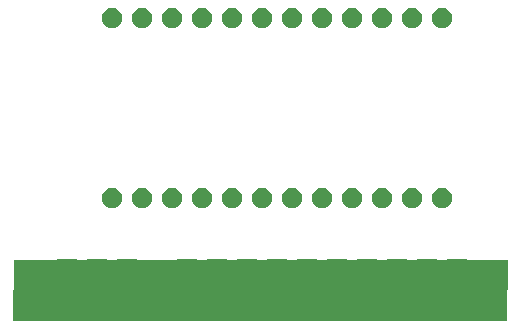
<source format=gbr>
G04 #@! TF.GenerationSoftware,KiCad,Pcbnew,(5.1.2-1)-1*
G04 #@! TF.CreationDate,2021-01-18T23:47:08-08:00*
G04 #@! TF.ProjectId,cart,63617274-2e6b-4696-9361-645f70636258,rev?*
G04 #@! TF.SameCoordinates,Original*
G04 #@! TF.FileFunction,Soldermask,Bot*
G04 #@! TF.FilePolarity,Negative*
%FSLAX46Y46*%
G04 Gerber Fmt 4.6, Leading zero omitted, Abs format (unit mm)*
G04 Created by KiCad (PCBNEW (5.1.2-1)-1) date 2021-01-18 23:47:08*
%MOMM*%
%LPD*%
G04 APERTURE LIST*
%ADD10C,0.100000*%
G04 APERTURE END LIST*
D10*
G36*
X160401000Y-129667000D02*
G01*
X118618000Y-129667000D01*
X118681500Y-124650500D01*
X160464500Y-124650500D01*
X160401000Y-129667000D01*
G37*
X160401000Y-129667000D02*
X118618000Y-129667000D01*
X118681500Y-124650500D01*
X160464500Y-124650500D01*
X160401000Y-129667000D01*
G36*
X157060800Y-128669800D02*
G01*
X155359200Y-128669800D01*
X155359200Y-124568200D01*
X157060800Y-124568200D01*
X157060800Y-128669800D01*
X157060800Y-128669800D01*
G37*
G36*
X154520800Y-128669800D02*
G01*
X152819200Y-128669800D01*
X152819200Y-124568200D01*
X154520800Y-124568200D01*
X154520800Y-128669800D01*
X154520800Y-128669800D01*
G37*
G36*
X151980800Y-128669800D02*
G01*
X150279200Y-128669800D01*
X150279200Y-124568200D01*
X151980800Y-124568200D01*
X151980800Y-128669800D01*
X151980800Y-128669800D01*
G37*
G36*
X149440800Y-128669800D02*
G01*
X147739200Y-128669800D01*
X147739200Y-124568200D01*
X149440800Y-124568200D01*
X149440800Y-128669800D01*
X149440800Y-128669800D01*
G37*
G36*
X146900800Y-128669800D02*
G01*
X145199200Y-128669800D01*
X145199200Y-124568200D01*
X146900800Y-124568200D01*
X146900800Y-128669800D01*
X146900800Y-128669800D01*
G37*
G36*
X144360800Y-128669800D02*
G01*
X142659200Y-128669800D01*
X142659200Y-124568200D01*
X144360800Y-124568200D01*
X144360800Y-128669800D01*
X144360800Y-128669800D01*
G37*
G36*
X141820800Y-128669800D02*
G01*
X140119200Y-128669800D01*
X140119200Y-124568200D01*
X141820800Y-124568200D01*
X141820800Y-128669800D01*
X141820800Y-128669800D01*
G37*
G36*
X139280800Y-128669800D02*
G01*
X137579200Y-128669800D01*
X137579200Y-124568200D01*
X139280800Y-124568200D01*
X139280800Y-128669800D01*
X139280800Y-128669800D01*
G37*
G36*
X136740800Y-128669800D02*
G01*
X135039200Y-128669800D01*
X135039200Y-124568200D01*
X136740800Y-124568200D01*
X136740800Y-128669800D01*
X136740800Y-128669800D01*
G37*
G36*
X134200800Y-128669800D02*
G01*
X132499200Y-128669800D01*
X132499200Y-124568200D01*
X134200800Y-124568200D01*
X134200800Y-128669800D01*
X134200800Y-128669800D01*
G37*
G36*
X129120800Y-128669800D02*
G01*
X127419200Y-128669800D01*
X127419200Y-124568200D01*
X129120800Y-124568200D01*
X129120800Y-128669800D01*
X129120800Y-128669800D01*
G37*
G36*
X126580800Y-128669800D02*
G01*
X124879200Y-128669800D01*
X124879200Y-124568200D01*
X126580800Y-124568200D01*
X126580800Y-128669800D01*
X126580800Y-128669800D01*
G37*
G36*
X124040800Y-128669800D02*
G01*
X122339200Y-128669800D01*
X122339200Y-124568200D01*
X124040800Y-124568200D01*
X124040800Y-128669800D01*
X124040800Y-128669800D01*
G37*
G36*
X127248169Y-118561895D02*
G01*
X127403005Y-118626031D01*
X127542354Y-118719140D01*
X127660860Y-118837646D01*
X127753969Y-118976995D01*
X127818105Y-119131831D01*
X127850800Y-119296203D01*
X127850800Y-119463797D01*
X127818105Y-119628169D01*
X127753969Y-119783005D01*
X127660860Y-119922354D01*
X127542354Y-120040860D01*
X127403005Y-120133969D01*
X127248169Y-120198105D01*
X127083797Y-120230800D01*
X126916203Y-120230800D01*
X126751831Y-120198105D01*
X126596995Y-120133969D01*
X126457646Y-120040860D01*
X126339140Y-119922354D01*
X126246031Y-119783005D01*
X126181895Y-119628169D01*
X126149200Y-119463797D01*
X126149200Y-119296203D01*
X126181895Y-119131831D01*
X126246031Y-118976995D01*
X126339140Y-118837646D01*
X126457646Y-118719140D01*
X126596995Y-118626031D01*
X126751831Y-118561895D01*
X126916203Y-118529200D01*
X127083797Y-118529200D01*
X127248169Y-118561895D01*
X127248169Y-118561895D01*
G37*
G36*
X129788169Y-118561895D02*
G01*
X129943005Y-118626031D01*
X130082354Y-118719140D01*
X130200860Y-118837646D01*
X130293969Y-118976995D01*
X130358105Y-119131831D01*
X130390800Y-119296203D01*
X130390800Y-119463797D01*
X130358105Y-119628169D01*
X130293969Y-119783005D01*
X130200860Y-119922354D01*
X130082354Y-120040860D01*
X129943005Y-120133969D01*
X129788169Y-120198105D01*
X129623797Y-120230800D01*
X129456203Y-120230800D01*
X129291831Y-120198105D01*
X129136995Y-120133969D01*
X128997646Y-120040860D01*
X128879140Y-119922354D01*
X128786031Y-119783005D01*
X128721895Y-119628169D01*
X128689200Y-119463797D01*
X128689200Y-119296203D01*
X128721895Y-119131831D01*
X128786031Y-118976995D01*
X128879140Y-118837646D01*
X128997646Y-118719140D01*
X129136995Y-118626031D01*
X129291831Y-118561895D01*
X129456203Y-118529200D01*
X129623797Y-118529200D01*
X129788169Y-118561895D01*
X129788169Y-118561895D01*
G37*
G36*
X132328169Y-118561895D02*
G01*
X132483005Y-118626031D01*
X132622354Y-118719140D01*
X132740860Y-118837646D01*
X132833969Y-118976995D01*
X132898105Y-119131831D01*
X132930800Y-119296203D01*
X132930800Y-119463797D01*
X132898105Y-119628169D01*
X132833969Y-119783005D01*
X132740860Y-119922354D01*
X132622354Y-120040860D01*
X132483005Y-120133969D01*
X132328169Y-120198105D01*
X132163797Y-120230800D01*
X131996203Y-120230800D01*
X131831831Y-120198105D01*
X131676995Y-120133969D01*
X131537646Y-120040860D01*
X131419140Y-119922354D01*
X131326031Y-119783005D01*
X131261895Y-119628169D01*
X131229200Y-119463797D01*
X131229200Y-119296203D01*
X131261895Y-119131831D01*
X131326031Y-118976995D01*
X131419140Y-118837646D01*
X131537646Y-118719140D01*
X131676995Y-118626031D01*
X131831831Y-118561895D01*
X131996203Y-118529200D01*
X132163797Y-118529200D01*
X132328169Y-118561895D01*
X132328169Y-118561895D01*
G37*
G36*
X134868169Y-118561895D02*
G01*
X135023005Y-118626031D01*
X135162354Y-118719140D01*
X135280860Y-118837646D01*
X135373969Y-118976995D01*
X135438105Y-119131831D01*
X135470800Y-119296203D01*
X135470800Y-119463797D01*
X135438105Y-119628169D01*
X135373969Y-119783005D01*
X135280860Y-119922354D01*
X135162354Y-120040860D01*
X135023005Y-120133969D01*
X134868169Y-120198105D01*
X134703797Y-120230800D01*
X134536203Y-120230800D01*
X134371831Y-120198105D01*
X134216995Y-120133969D01*
X134077646Y-120040860D01*
X133959140Y-119922354D01*
X133866031Y-119783005D01*
X133801895Y-119628169D01*
X133769200Y-119463797D01*
X133769200Y-119296203D01*
X133801895Y-119131831D01*
X133866031Y-118976995D01*
X133959140Y-118837646D01*
X134077646Y-118719140D01*
X134216995Y-118626031D01*
X134371831Y-118561895D01*
X134536203Y-118529200D01*
X134703797Y-118529200D01*
X134868169Y-118561895D01*
X134868169Y-118561895D01*
G37*
G36*
X137408169Y-118561895D02*
G01*
X137563005Y-118626031D01*
X137702354Y-118719140D01*
X137820860Y-118837646D01*
X137913969Y-118976995D01*
X137978105Y-119131831D01*
X138010800Y-119296203D01*
X138010800Y-119463797D01*
X137978105Y-119628169D01*
X137913969Y-119783005D01*
X137820860Y-119922354D01*
X137702354Y-120040860D01*
X137563005Y-120133969D01*
X137408169Y-120198105D01*
X137243797Y-120230800D01*
X137076203Y-120230800D01*
X136911831Y-120198105D01*
X136756995Y-120133969D01*
X136617646Y-120040860D01*
X136499140Y-119922354D01*
X136406031Y-119783005D01*
X136341895Y-119628169D01*
X136309200Y-119463797D01*
X136309200Y-119296203D01*
X136341895Y-119131831D01*
X136406031Y-118976995D01*
X136499140Y-118837646D01*
X136617646Y-118719140D01*
X136756995Y-118626031D01*
X136911831Y-118561895D01*
X137076203Y-118529200D01*
X137243797Y-118529200D01*
X137408169Y-118561895D01*
X137408169Y-118561895D01*
G37*
G36*
X139948169Y-118561895D02*
G01*
X140103005Y-118626031D01*
X140242354Y-118719140D01*
X140360860Y-118837646D01*
X140453969Y-118976995D01*
X140518105Y-119131831D01*
X140550800Y-119296203D01*
X140550800Y-119463797D01*
X140518105Y-119628169D01*
X140453969Y-119783005D01*
X140360860Y-119922354D01*
X140242354Y-120040860D01*
X140103005Y-120133969D01*
X139948169Y-120198105D01*
X139783797Y-120230800D01*
X139616203Y-120230800D01*
X139451831Y-120198105D01*
X139296995Y-120133969D01*
X139157646Y-120040860D01*
X139039140Y-119922354D01*
X138946031Y-119783005D01*
X138881895Y-119628169D01*
X138849200Y-119463797D01*
X138849200Y-119296203D01*
X138881895Y-119131831D01*
X138946031Y-118976995D01*
X139039140Y-118837646D01*
X139157646Y-118719140D01*
X139296995Y-118626031D01*
X139451831Y-118561895D01*
X139616203Y-118529200D01*
X139783797Y-118529200D01*
X139948169Y-118561895D01*
X139948169Y-118561895D01*
G37*
G36*
X142488169Y-118561895D02*
G01*
X142643005Y-118626031D01*
X142782354Y-118719140D01*
X142900860Y-118837646D01*
X142993969Y-118976995D01*
X143058105Y-119131831D01*
X143090800Y-119296203D01*
X143090800Y-119463797D01*
X143058105Y-119628169D01*
X142993969Y-119783005D01*
X142900860Y-119922354D01*
X142782354Y-120040860D01*
X142643005Y-120133969D01*
X142488169Y-120198105D01*
X142323797Y-120230800D01*
X142156203Y-120230800D01*
X141991831Y-120198105D01*
X141836995Y-120133969D01*
X141697646Y-120040860D01*
X141579140Y-119922354D01*
X141486031Y-119783005D01*
X141421895Y-119628169D01*
X141389200Y-119463797D01*
X141389200Y-119296203D01*
X141421895Y-119131831D01*
X141486031Y-118976995D01*
X141579140Y-118837646D01*
X141697646Y-118719140D01*
X141836995Y-118626031D01*
X141991831Y-118561895D01*
X142156203Y-118529200D01*
X142323797Y-118529200D01*
X142488169Y-118561895D01*
X142488169Y-118561895D01*
G37*
G36*
X145028169Y-118561895D02*
G01*
X145183005Y-118626031D01*
X145322354Y-118719140D01*
X145440860Y-118837646D01*
X145533969Y-118976995D01*
X145598105Y-119131831D01*
X145630800Y-119296203D01*
X145630800Y-119463797D01*
X145598105Y-119628169D01*
X145533969Y-119783005D01*
X145440860Y-119922354D01*
X145322354Y-120040860D01*
X145183005Y-120133969D01*
X145028169Y-120198105D01*
X144863797Y-120230800D01*
X144696203Y-120230800D01*
X144531831Y-120198105D01*
X144376995Y-120133969D01*
X144237646Y-120040860D01*
X144119140Y-119922354D01*
X144026031Y-119783005D01*
X143961895Y-119628169D01*
X143929200Y-119463797D01*
X143929200Y-119296203D01*
X143961895Y-119131831D01*
X144026031Y-118976995D01*
X144119140Y-118837646D01*
X144237646Y-118719140D01*
X144376995Y-118626031D01*
X144531831Y-118561895D01*
X144696203Y-118529200D01*
X144863797Y-118529200D01*
X145028169Y-118561895D01*
X145028169Y-118561895D01*
G37*
G36*
X147568169Y-118561895D02*
G01*
X147723005Y-118626031D01*
X147862354Y-118719140D01*
X147980860Y-118837646D01*
X148073969Y-118976995D01*
X148138105Y-119131831D01*
X148170800Y-119296203D01*
X148170800Y-119463797D01*
X148138105Y-119628169D01*
X148073969Y-119783005D01*
X147980860Y-119922354D01*
X147862354Y-120040860D01*
X147723005Y-120133969D01*
X147568169Y-120198105D01*
X147403797Y-120230800D01*
X147236203Y-120230800D01*
X147071831Y-120198105D01*
X146916995Y-120133969D01*
X146777646Y-120040860D01*
X146659140Y-119922354D01*
X146566031Y-119783005D01*
X146501895Y-119628169D01*
X146469200Y-119463797D01*
X146469200Y-119296203D01*
X146501895Y-119131831D01*
X146566031Y-118976995D01*
X146659140Y-118837646D01*
X146777646Y-118719140D01*
X146916995Y-118626031D01*
X147071831Y-118561895D01*
X147236203Y-118529200D01*
X147403797Y-118529200D01*
X147568169Y-118561895D01*
X147568169Y-118561895D01*
G37*
G36*
X150108169Y-118561895D02*
G01*
X150263005Y-118626031D01*
X150402354Y-118719140D01*
X150520860Y-118837646D01*
X150613969Y-118976995D01*
X150678105Y-119131831D01*
X150710800Y-119296203D01*
X150710800Y-119463797D01*
X150678105Y-119628169D01*
X150613969Y-119783005D01*
X150520860Y-119922354D01*
X150402354Y-120040860D01*
X150263005Y-120133969D01*
X150108169Y-120198105D01*
X149943797Y-120230800D01*
X149776203Y-120230800D01*
X149611831Y-120198105D01*
X149456995Y-120133969D01*
X149317646Y-120040860D01*
X149199140Y-119922354D01*
X149106031Y-119783005D01*
X149041895Y-119628169D01*
X149009200Y-119463797D01*
X149009200Y-119296203D01*
X149041895Y-119131831D01*
X149106031Y-118976995D01*
X149199140Y-118837646D01*
X149317646Y-118719140D01*
X149456995Y-118626031D01*
X149611831Y-118561895D01*
X149776203Y-118529200D01*
X149943797Y-118529200D01*
X150108169Y-118561895D01*
X150108169Y-118561895D01*
G37*
G36*
X152648169Y-118561895D02*
G01*
X152803005Y-118626031D01*
X152942354Y-118719140D01*
X153060860Y-118837646D01*
X153153969Y-118976995D01*
X153218105Y-119131831D01*
X153250800Y-119296203D01*
X153250800Y-119463797D01*
X153218105Y-119628169D01*
X153153969Y-119783005D01*
X153060860Y-119922354D01*
X152942354Y-120040860D01*
X152803005Y-120133969D01*
X152648169Y-120198105D01*
X152483797Y-120230800D01*
X152316203Y-120230800D01*
X152151831Y-120198105D01*
X151996995Y-120133969D01*
X151857646Y-120040860D01*
X151739140Y-119922354D01*
X151646031Y-119783005D01*
X151581895Y-119628169D01*
X151549200Y-119463797D01*
X151549200Y-119296203D01*
X151581895Y-119131831D01*
X151646031Y-118976995D01*
X151739140Y-118837646D01*
X151857646Y-118719140D01*
X151996995Y-118626031D01*
X152151831Y-118561895D01*
X152316203Y-118529200D01*
X152483797Y-118529200D01*
X152648169Y-118561895D01*
X152648169Y-118561895D01*
G37*
G36*
X155188169Y-118561895D02*
G01*
X155343005Y-118626031D01*
X155482354Y-118719140D01*
X155600860Y-118837646D01*
X155693969Y-118976995D01*
X155758105Y-119131831D01*
X155790800Y-119296203D01*
X155790800Y-119463797D01*
X155758105Y-119628169D01*
X155693969Y-119783005D01*
X155600860Y-119922354D01*
X155482354Y-120040860D01*
X155343005Y-120133969D01*
X155188169Y-120198105D01*
X155023797Y-120230800D01*
X154856203Y-120230800D01*
X154691831Y-120198105D01*
X154536995Y-120133969D01*
X154397646Y-120040860D01*
X154279140Y-119922354D01*
X154186031Y-119783005D01*
X154121895Y-119628169D01*
X154089200Y-119463797D01*
X154089200Y-119296203D01*
X154121895Y-119131831D01*
X154186031Y-118976995D01*
X154279140Y-118837646D01*
X154397646Y-118719140D01*
X154536995Y-118626031D01*
X154691831Y-118561895D01*
X154856203Y-118529200D01*
X155023797Y-118529200D01*
X155188169Y-118561895D01*
X155188169Y-118561895D01*
G37*
G36*
X152648169Y-103321895D02*
G01*
X152803005Y-103386031D01*
X152942354Y-103479140D01*
X153060860Y-103597646D01*
X153153969Y-103736995D01*
X153218105Y-103891831D01*
X153250800Y-104056203D01*
X153250800Y-104223797D01*
X153218105Y-104388169D01*
X153153969Y-104543005D01*
X153060860Y-104682354D01*
X152942354Y-104800860D01*
X152803005Y-104893969D01*
X152648169Y-104958105D01*
X152483797Y-104990800D01*
X152316203Y-104990800D01*
X152151831Y-104958105D01*
X151996995Y-104893969D01*
X151857646Y-104800860D01*
X151739140Y-104682354D01*
X151646031Y-104543005D01*
X151581895Y-104388169D01*
X151549200Y-104223797D01*
X151549200Y-104056203D01*
X151581895Y-103891831D01*
X151646031Y-103736995D01*
X151739140Y-103597646D01*
X151857646Y-103479140D01*
X151996995Y-103386031D01*
X152151831Y-103321895D01*
X152316203Y-103289200D01*
X152483797Y-103289200D01*
X152648169Y-103321895D01*
X152648169Y-103321895D01*
G37*
G36*
X129788169Y-103321895D02*
G01*
X129943005Y-103386031D01*
X130082354Y-103479140D01*
X130200860Y-103597646D01*
X130293969Y-103736995D01*
X130358105Y-103891831D01*
X130390800Y-104056203D01*
X130390800Y-104223797D01*
X130358105Y-104388169D01*
X130293969Y-104543005D01*
X130200860Y-104682354D01*
X130082354Y-104800860D01*
X129943005Y-104893969D01*
X129788169Y-104958105D01*
X129623797Y-104990800D01*
X129456203Y-104990800D01*
X129291831Y-104958105D01*
X129136995Y-104893969D01*
X128997646Y-104800860D01*
X128879140Y-104682354D01*
X128786031Y-104543005D01*
X128721895Y-104388169D01*
X128689200Y-104223797D01*
X128689200Y-104056203D01*
X128721895Y-103891831D01*
X128786031Y-103736995D01*
X128879140Y-103597646D01*
X128997646Y-103479140D01*
X129136995Y-103386031D01*
X129291831Y-103321895D01*
X129456203Y-103289200D01*
X129623797Y-103289200D01*
X129788169Y-103321895D01*
X129788169Y-103321895D01*
G37*
G36*
X132328169Y-103321895D02*
G01*
X132483005Y-103386031D01*
X132622354Y-103479140D01*
X132740860Y-103597646D01*
X132833969Y-103736995D01*
X132898105Y-103891831D01*
X132930800Y-104056203D01*
X132930800Y-104223797D01*
X132898105Y-104388169D01*
X132833969Y-104543005D01*
X132740860Y-104682354D01*
X132622354Y-104800860D01*
X132483005Y-104893969D01*
X132328169Y-104958105D01*
X132163797Y-104990800D01*
X131996203Y-104990800D01*
X131831831Y-104958105D01*
X131676995Y-104893969D01*
X131537646Y-104800860D01*
X131419140Y-104682354D01*
X131326031Y-104543005D01*
X131261895Y-104388169D01*
X131229200Y-104223797D01*
X131229200Y-104056203D01*
X131261895Y-103891831D01*
X131326031Y-103736995D01*
X131419140Y-103597646D01*
X131537646Y-103479140D01*
X131676995Y-103386031D01*
X131831831Y-103321895D01*
X131996203Y-103289200D01*
X132163797Y-103289200D01*
X132328169Y-103321895D01*
X132328169Y-103321895D01*
G37*
G36*
X134868169Y-103321895D02*
G01*
X135023005Y-103386031D01*
X135162354Y-103479140D01*
X135280860Y-103597646D01*
X135373969Y-103736995D01*
X135438105Y-103891831D01*
X135470800Y-104056203D01*
X135470800Y-104223797D01*
X135438105Y-104388169D01*
X135373969Y-104543005D01*
X135280860Y-104682354D01*
X135162354Y-104800860D01*
X135023005Y-104893969D01*
X134868169Y-104958105D01*
X134703797Y-104990800D01*
X134536203Y-104990800D01*
X134371831Y-104958105D01*
X134216995Y-104893969D01*
X134077646Y-104800860D01*
X133959140Y-104682354D01*
X133866031Y-104543005D01*
X133801895Y-104388169D01*
X133769200Y-104223797D01*
X133769200Y-104056203D01*
X133801895Y-103891831D01*
X133866031Y-103736995D01*
X133959140Y-103597646D01*
X134077646Y-103479140D01*
X134216995Y-103386031D01*
X134371831Y-103321895D01*
X134536203Y-103289200D01*
X134703797Y-103289200D01*
X134868169Y-103321895D01*
X134868169Y-103321895D01*
G37*
G36*
X137408169Y-103321895D02*
G01*
X137563005Y-103386031D01*
X137702354Y-103479140D01*
X137820860Y-103597646D01*
X137913969Y-103736995D01*
X137978105Y-103891831D01*
X138010800Y-104056203D01*
X138010800Y-104223797D01*
X137978105Y-104388169D01*
X137913969Y-104543005D01*
X137820860Y-104682354D01*
X137702354Y-104800860D01*
X137563005Y-104893969D01*
X137408169Y-104958105D01*
X137243797Y-104990800D01*
X137076203Y-104990800D01*
X136911831Y-104958105D01*
X136756995Y-104893969D01*
X136617646Y-104800860D01*
X136499140Y-104682354D01*
X136406031Y-104543005D01*
X136341895Y-104388169D01*
X136309200Y-104223797D01*
X136309200Y-104056203D01*
X136341895Y-103891831D01*
X136406031Y-103736995D01*
X136499140Y-103597646D01*
X136617646Y-103479140D01*
X136756995Y-103386031D01*
X136911831Y-103321895D01*
X137076203Y-103289200D01*
X137243797Y-103289200D01*
X137408169Y-103321895D01*
X137408169Y-103321895D01*
G37*
G36*
X139948169Y-103321895D02*
G01*
X140103005Y-103386031D01*
X140242354Y-103479140D01*
X140360860Y-103597646D01*
X140453969Y-103736995D01*
X140518105Y-103891831D01*
X140550800Y-104056203D01*
X140550800Y-104223797D01*
X140518105Y-104388169D01*
X140453969Y-104543005D01*
X140360860Y-104682354D01*
X140242354Y-104800860D01*
X140103005Y-104893969D01*
X139948169Y-104958105D01*
X139783797Y-104990800D01*
X139616203Y-104990800D01*
X139451831Y-104958105D01*
X139296995Y-104893969D01*
X139157646Y-104800860D01*
X139039140Y-104682354D01*
X138946031Y-104543005D01*
X138881895Y-104388169D01*
X138849200Y-104223797D01*
X138849200Y-104056203D01*
X138881895Y-103891831D01*
X138946031Y-103736995D01*
X139039140Y-103597646D01*
X139157646Y-103479140D01*
X139296995Y-103386031D01*
X139451831Y-103321895D01*
X139616203Y-103289200D01*
X139783797Y-103289200D01*
X139948169Y-103321895D01*
X139948169Y-103321895D01*
G37*
G36*
X142488169Y-103321895D02*
G01*
X142643005Y-103386031D01*
X142782354Y-103479140D01*
X142900860Y-103597646D01*
X142993969Y-103736995D01*
X143058105Y-103891831D01*
X143090800Y-104056203D01*
X143090800Y-104223797D01*
X143058105Y-104388169D01*
X142993969Y-104543005D01*
X142900860Y-104682354D01*
X142782354Y-104800860D01*
X142643005Y-104893969D01*
X142488169Y-104958105D01*
X142323797Y-104990800D01*
X142156203Y-104990800D01*
X141991831Y-104958105D01*
X141836995Y-104893969D01*
X141697646Y-104800860D01*
X141579140Y-104682354D01*
X141486031Y-104543005D01*
X141421895Y-104388169D01*
X141389200Y-104223797D01*
X141389200Y-104056203D01*
X141421895Y-103891831D01*
X141486031Y-103736995D01*
X141579140Y-103597646D01*
X141697646Y-103479140D01*
X141836995Y-103386031D01*
X141991831Y-103321895D01*
X142156203Y-103289200D01*
X142323797Y-103289200D01*
X142488169Y-103321895D01*
X142488169Y-103321895D01*
G37*
G36*
X145028169Y-103321895D02*
G01*
X145183005Y-103386031D01*
X145322354Y-103479140D01*
X145440860Y-103597646D01*
X145533969Y-103736995D01*
X145598105Y-103891831D01*
X145630800Y-104056203D01*
X145630800Y-104223797D01*
X145598105Y-104388169D01*
X145533969Y-104543005D01*
X145440860Y-104682354D01*
X145322354Y-104800860D01*
X145183005Y-104893969D01*
X145028169Y-104958105D01*
X144863797Y-104990800D01*
X144696203Y-104990800D01*
X144531831Y-104958105D01*
X144376995Y-104893969D01*
X144237646Y-104800860D01*
X144119140Y-104682354D01*
X144026031Y-104543005D01*
X143961895Y-104388169D01*
X143929200Y-104223797D01*
X143929200Y-104056203D01*
X143961895Y-103891831D01*
X144026031Y-103736995D01*
X144119140Y-103597646D01*
X144237646Y-103479140D01*
X144376995Y-103386031D01*
X144531831Y-103321895D01*
X144696203Y-103289200D01*
X144863797Y-103289200D01*
X145028169Y-103321895D01*
X145028169Y-103321895D01*
G37*
G36*
X147568169Y-103321895D02*
G01*
X147723005Y-103386031D01*
X147862354Y-103479140D01*
X147980860Y-103597646D01*
X148073969Y-103736995D01*
X148138105Y-103891831D01*
X148170800Y-104056203D01*
X148170800Y-104223797D01*
X148138105Y-104388169D01*
X148073969Y-104543005D01*
X147980860Y-104682354D01*
X147862354Y-104800860D01*
X147723005Y-104893969D01*
X147568169Y-104958105D01*
X147403797Y-104990800D01*
X147236203Y-104990800D01*
X147071831Y-104958105D01*
X146916995Y-104893969D01*
X146777646Y-104800860D01*
X146659140Y-104682354D01*
X146566031Y-104543005D01*
X146501895Y-104388169D01*
X146469200Y-104223797D01*
X146469200Y-104056203D01*
X146501895Y-103891831D01*
X146566031Y-103736995D01*
X146659140Y-103597646D01*
X146777646Y-103479140D01*
X146916995Y-103386031D01*
X147071831Y-103321895D01*
X147236203Y-103289200D01*
X147403797Y-103289200D01*
X147568169Y-103321895D01*
X147568169Y-103321895D01*
G37*
G36*
X150108169Y-103321895D02*
G01*
X150263005Y-103386031D01*
X150402354Y-103479140D01*
X150520860Y-103597646D01*
X150613969Y-103736995D01*
X150678105Y-103891831D01*
X150710800Y-104056203D01*
X150710800Y-104223797D01*
X150678105Y-104388169D01*
X150613969Y-104543005D01*
X150520860Y-104682354D01*
X150402354Y-104800860D01*
X150263005Y-104893969D01*
X150108169Y-104958105D01*
X149943797Y-104990800D01*
X149776203Y-104990800D01*
X149611831Y-104958105D01*
X149456995Y-104893969D01*
X149317646Y-104800860D01*
X149199140Y-104682354D01*
X149106031Y-104543005D01*
X149041895Y-104388169D01*
X149009200Y-104223797D01*
X149009200Y-104056203D01*
X149041895Y-103891831D01*
X149106031Y-103736995D01*
X149199140Y-103597646D01*
X149317646Y-103479140D01*
X149456995Y-103386031D01*
X149611831Y-103321895D01*
X149776203Y-103289200D01*
X149943797Y-103289200D01*
X150108169Y-103321895D01*
X150108169Y-103321895D01*
G37*
G36*
X155188169Y-103321895D02*
G01*
X155343005Y-103386031D01*
X155482354Y-103479140D01*
X155600860Y-103597646D01*
X155693969Y-103736995D01*
X155758105Y-103891831D01*
X155790800Y-104056203D01*
X155790800Y-104223797D01*
X155758105Y-104388169D01*
X155693969Y-104543005D01*
X155600860Y-104682354D01*
X155482354Y-104800860D01*
X155343005Y-104893969D01*
X155188169Y-104958105D01*
X155023797Y-104990800D01*
X154856203Y-104990800D01*
X154691831Y-104958105D01*
X154536995Y-104893969D01*
X154397646Y-104800860D01*
X154279140Y-104682354D01*
X154186031Y-104543005D01*
X154121895Y-104388169D01*
X154089200Y-104223797D01*
X154089200Y-104056203D01*
X154121895Y-103891831D01*
X154186031Y-103736995D01*
X154279140Y-103597646D01*
X154397646Y-103479140D01*
X154536995Y-103386031D01*
X154691831Y-103321895D01*
X154856203Y-103289200D01*
X155023797Y-103289200D01*
X155188169Y-103321895D01*
X155188169Y-103321895D01*
G37*
G36*
X127248169Y-103321895D02*
G01*
X127403005Y-103386031D01*
X127542354Y-103479140D01*
X127660860Y-103597646D01*
X127753969Y-103736995D01*
X127818105Y-103891831D01*
X127850800Y-104056203D01*
X127850800Y-104223797D01*
X127818105Y-104388169D01*
X127753969Y-104543005D01*
X127660860Y-104682354D01*
X127542354Y-104800860D01*
X127403005Y-104893969D01*
X127248169Y-104958105D01*
X127083797Y-104990800D01*
X126916203Y-104990800D01*
X126751831Y-104958105D01*
X126596995Y-104893969D01*
X126457646Y-104800860D01*
X126339140Y-104682354D01*
X126246031Y-104543005D01*
X126181895Y-104388169D01*
X126149200Y-104223797D01*
X126149200Y-104056203D01*
X126181895Y-103891831D01*
X126246031Y-103736995D01*
X126339140Y-103597646D01*
X126457646Y-103479140D01*
X126596995Y-103386031D01*
X126751831Y-103321895D01*
X126916203Y-103289200D01*
X127083797Y-103289200D01*
X127248169Y-103321895D01*
X127248169Y-103321895D01*
G37*
M02*

</source>
